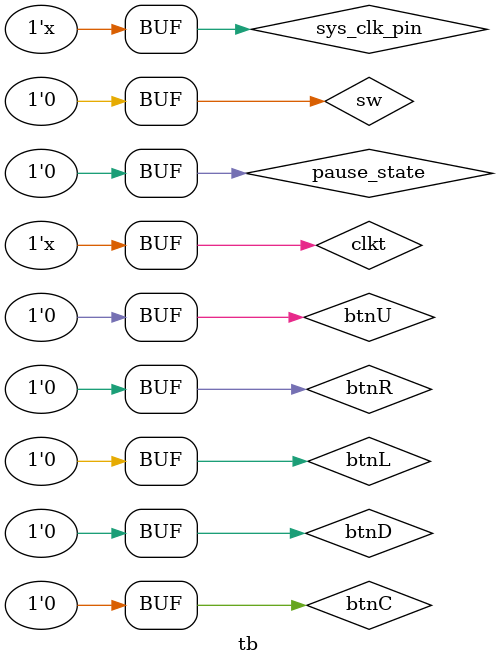
<source format=v>
`timescale 1ns / 1ps

module tb();
    reg clkt = 0;
    
    wire sys_clk_pin;
    wire sw = 0;
    wire btnL = 0;
    wire btnU = 0;
    wire btnR = 0;
    wire btnD = 0;
    wire btnC = 0;
    
    wire [6:0] seg;
    wire [3:0] an;

    wire pause_state = sw;
    wire clock_output1, clock_output2, clock_output4, clock_output500;
//    wire [3:0] sec0_count, sec1_count, min0_count, min1_count;  
    wire rst_state, up_state, down_state, left_state, right_state;
    wire [5:0] score_update;
    wire [3:0] score0,score1,score2,score3;
    wire [9:0] arrows0, arrows1,arrows2,arrows3,arrows4,arrows5,arrows6,arrows7,arrows8,arrows9;
    
    wire [9:0] x,y;
    wire video_on;
    wire p_tick;
    wire [11:0] rgb_next;
    reg [11:0] rgb_reg;
    
	debouncer reset_btn(
        btnC,
        sys_clk_pin,
        rst_state
    );
   
   
    debouncer up_btn(
        btnU,
        sys_clk_pin,
        up_state
);


    debouncer down_btn(
        btnD,
        sys_clk_pin,
        down_state
);

    debouncer left_btn(
        btnL,
        sys_clk_pin,
        left_state
);

    debouncer right_btn(
        btnR,
        sys_clk_pin,
        right_state
);
   
    clock clock1(
        sys_clk_pin,
        clock_output1,
        clock_output2,
        clock_output4,
        clock_output500
        );
   
    seven_seg seven_seg1(
        score0,
        score1,
        score2,
        score3,
        clock_output500,
        seg,
        an
        );
       
    score score_mod(
        rst_state,
        score_update,
        clock_output500,
        score0,
        score1,
        score2,
        score3
    );
   
   arrows arrows_com(
        up_state,
        down_state,
        left_state,
        right_state,
        rst_state,
        pause_state,
        clock_output500,
        arrows0,
        arrows1,
        arrows2,
        arrows3,
        arrows4,
        arrows5,
        arrows6,
        arrows7,
        arrows8,
        arrows9,
        score_update
        );
    vga_controller controlvga(
            sys_clk_pin,
            rst_state,       // system reset
            video_on,    // ON while pixel counts for x and y and within display area
            hsync,       // horizontal sync
            vsync,       // vertical sync
            p_tick,      // the 25MHz pixel/second rate signal, pixel tick
            x,     // pixel count/position of pixel x, max 0-799
            y      // pixel count/position of pixel y, max 0-524
            );

     VGA VGA1(
            sys_clk_pin,
            arrows0,
            arrows1,
            arrows2,
            arrows3,
            arrows4,
            arrows5,
            arrows6,
            arrows7,
            arrows8,
            arrows9,
            x,
            y,
            rgb_next
            );
   
//    always @(posedge sys_clk_pin) begin
//        if(p_tick)
//            rgb_reg <= rgb_next;
//     end            
//    initial begin 
//// individual test cases
//        #2;
//        $display(" arrow0 = %b \n arrow1 = %b \n arrow2 = %b \n arrow3 = %b \n arrow4 = %b \n arrow5 = %b \n arrow6 = %b \n arrow7 = %b \n arrow8 = %b \n arrow9 = %b", arrows0, arrows1, arrows2, arrows3, arrows4, arrows5, arrows6, arrows7, arrows8, arrows9);
//    end 
    
    always begin
        #0.05 clkt = ~clkt;
//        $display(" arrow0 = %b \n arrow1 = %b \n arrow2 = %b \n arrow3 = %b \n arrow4 = %b \n arrow5 = %b \n arrow6 = %b \n arrow7 = %b \n arrow8 = %b \n arrow9 = %b", arrows0, arrows1, arrows2, arrows3, arrows4, arrows5, arrows6, arrows7, arrows8, arrows9);
    end

assign sys_clk_pin = clkt;        

endmodule

</source>
